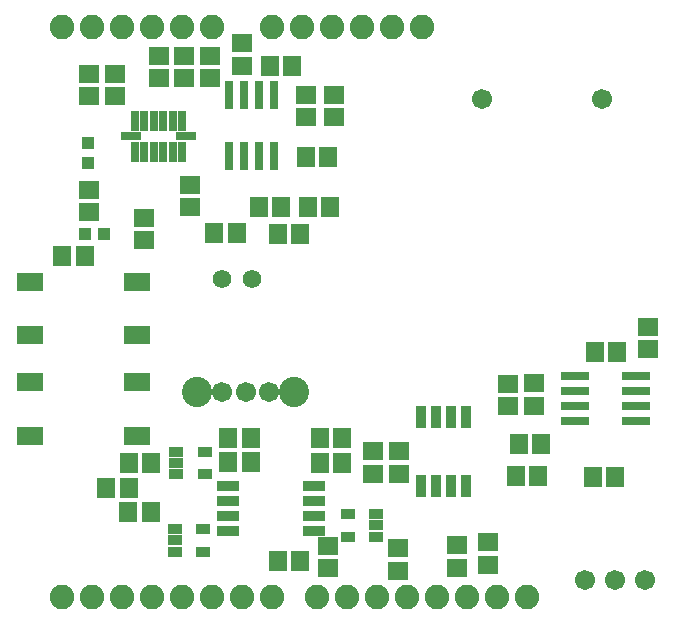
<source format=gts>
G75*
G70*
%OFA0B0*%
%FSLAX25Y25*%
%IPPOS*%
%LPD*%
%AMOC8*
5,1,8,0,0,1.08239X$1,22.5*
%
%ADD10R,0.05918X0.06706*%
%ADD11R,0.06706X0.05918*%
%ADD12R,0.03162X0.09461*%
%ADD13C,0.08200*%
%ADD14R,0.03162X0.06706*%
%ADD15R,0.06706X0.03162*%
%ADD16R,0.03800X0.07300*%
%ADD17R,0.09461X0.03162*%
%ADD18R,0.07493X0.03359*%
%ADD19R,0.04737X0.03556*%
%ADD20C,0.06700*%
%ADD21C,0.06200*%
%ADD22R,0.09068X0.06312*%
%ADD23C,0.10100*%
%ADD24R,0.03950X0.03950*%
D10*
X0068830Y0050014D03*
X0076310Y0050014D03*
X0068910Y0058214D03*
X0061430Y0058214D03*
X0068930Y0066514D03*
X0076410Y0066514D03*
X0102230Y0066614D03*
X0109710Y0066614D03*
X0109710Y0074814D03*
X0102230Y0074814D03*
X0132630Y0074814D03*
X0140110Y0074814D03*
X0140110Y0066414D03*
X0132630Y0066414D03*
X0126110Y0033814D03*
X0118630Y0033814D03*
X0198030Y0062014D03*
X0205510Y0062014D03*
X0206410Y0072814D03*
X0198930Y0072814D03*
X0223630Y0061714D03*
X0231110Y0061714D03*
X0231860Y0103514D03*
X0224380Y0103514D03*
X0136110Y0151614D03*
X0128630Y0151614D03*
X0119760Y0151614D03*
X0112280Y0151614D03*
X0118730Y0142714D03*
X0126210Y0142714D03*
X0105010Y0143014D03*
X0097530Y0143014D03*
X0127930Y0168314D03*
X0135410Y0168314D03*
X0123510Y0198814D03*
X0116030Y0198814D03*
X0054310Y0135514D03*
X0046830Y0135514D03*
D11*
X0055670Y0150074D03*
X0055670Y0157554D03*
X0073920Y0148104D03*
X0073920Y0140624D03*
X0089570Y0151624D03*
X0089570Y0159104D03*
X0064370Y0188674D03*
X0055770Y0188674D03*
X0055770Y0196154D03*
X0064370Y0196154D03*
X0078970Y0194674D03*
X0087370Y0194674D03*
X0087370Y0202154D03*
X0078970Y0202154D03*
X0095970Y0202154D03*
X0095970Y0194674D03*
X0106770Y0198874D03*
X0106770Y0206354D03*
X0128020Y0189104D03*
X0128020Y0181624D03*
X0137470Y0181674D03*
X0137470Y0189154D03*
X0241920Y0111854D03*
X0241920Y0104374D03*
X0203970Y0092954D03*
X0195520Y0092904D03*
X0195520Y0085424D03*
X0203970Y0085474D03*
X0158970Y0070354D03*
X0150570Y0070354D03*
X0150570Y0062874D03*
X0158970Y0062874D03*
X0188870Y0039954D03*
X0188870Y0032474D03*
X0178270Y0031574D03*
X0178270Y0039054D03*
X0158670Y0037954D03*
X0158670Y0030474D03*
X0135570Y0031274D03*
X0135570Y0038754D03*
D12*
X0117370Y0168728D03*
X0112370Y0168728D03*
X0107370Y0168728D03*
X0102370Y0168728D03*
X0102370Y0189200D03*
X0107370Y0189200D03*
X0112370Y0189200D03*
X0117370Y0189200D03*
D13*
X0046770Y0021814D03*
X0056770Y0021814D03*
X0066770Y0021814D03*
X0076770Y0021814D03*
X0086770Y0021814D03*
X0096770Y0021814D03*
X0106770Y0021814D03*
X0116770Y0021814D03*
X0131770Y0021814D03*
X0141770Y0021814D03*
X0151770Y0021814D03*
X0161770Y0021814D03*
X0171770Y0021814D03*
X0181770Y0021814D03*
X0191770Y0021814D03*
X0201770Y0021814D03*
X0166770Y0211814D03*
X0156770Y0211814D03*
X0146770Y0211814D03*
X0136770Y0211814D03*
X0126770Y0211814D03*
X0116770Y0211814D03*
X0096770Y0211814D03*
X0086770Y0211814D03*
X0076770Y0211814D03*
X0066770Y0211814D03*
X0056770Y0211814D03*
X0046770Y0211814D03*
D14*
X0070996Y0180432D03*
X0074146Y0180432D03*
X0077295Y0180432D03*
X0080445Y0180432D03*
X0083594Y0180432D03*
X0086744Y0180432D03*
X0086744Y0170196D03*
X0083594Y0170196D03*
X0080445Y0170196D03*
X0077295Y0170196D03*
X0074146Y0170196D03*
X0070996Y0170196D03*
D15*
X0069815Y0175314D03*
X0087925Y0175314D03*
D16*
X0166370Y0081664D03*
X0171370Y0081664D03*
X0176370Y0081664D03*
X0181370Y0081664D03*
X0181370Y0058664D03*
X0176370Y0058664D03*
X0171370Y0058664D03*
X0166370Y0058664D03*
D17*
X0217634Y0080514D03*
X0217634Y0085514D03*
X0217634Y0090514D03*
X0217634Y0095514D03*
X0238106Y0095514D03*
X0238106Y0090514D03*
X0238106Y0085514D03*
X0238106Y0080514D03*
D18*
X0130890Y0058764D03*
X0130890Y0053764D03*
X0130890Y0048764D03*
X0130890Y0043764D03*
X0102150Y0043764D03*
X0102150Y0048764D03*
X0102150Y0053764D03*
X0102150Y0058764D03*
D19*
X0094294Y0062774D03*
X0084846Y0062774D03*
X0084846Y0066514D03*
X0084846Y0070254D03*
X0094294Y0070254D03*
X0093894Y0044354D03*
X0084446Y0044354D03*
X0084446Y0040614D03*
X0084446Y0036874D03*
X0093894Y0036874D03*
X0142046Y0041874D03*
X0151494Y0041874D03*
X0151494Y0045614D03*
X0151494Y0049354D03*
X0142046Y0049354D03*
D20*
X0115870Y0090014D03*
X0107970Y0090014D03*
X0100070Y0090014D03*
X0221170Y0027414D03*
X0231170Y0027414D03*
X0241170Y0027414D03*
X0226670Y0187914D03*
X0186670Y0187914D03*
D21*
X0110070Y0127666D03*
X0100070Y0127666D03*
D22*
X0071783Y0126672D03*
X0071783Y0108956D03*
X0071883Y0093272D03*
X0071883Y0075556D03*
X0036057Y0075556D03*
X0036057Y0093272D03*
X0035957Y0108956D03*
X0035957Y0126672D03*
D23*
X0091770Y0090014D03*
X0124170Y0090014D03*
D24*
X0060818Y0142814D03*
X0054322Y0142814D03*
X0055570Y0166566D03*
X0055570Y0173062D03*
M02*

</source>
